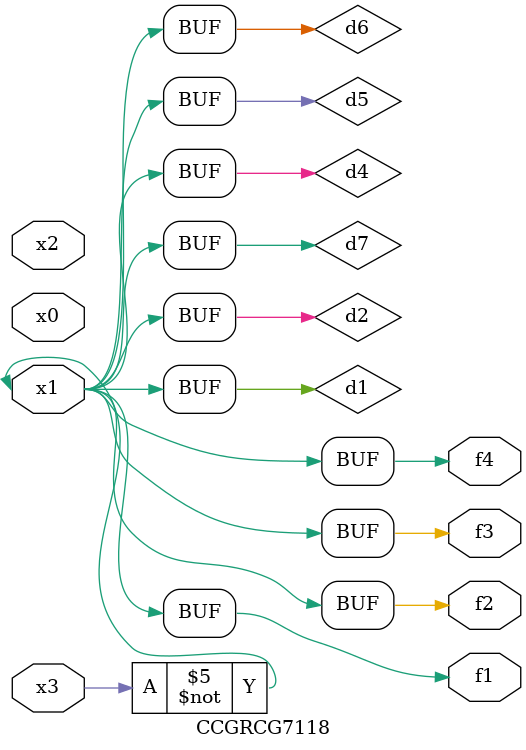
<source format=v>
module CCGRCG7118(
	input x0, x1, x2, x3,
	output f1, f2, f3, f4
);

	wire d1, d2, d3, d4, d5, d6, d7;

	not (d1, x3);
	buf (d2, x1);
	xnor (d3, d1, d2);
	nor (d4, d1);
	buf (d5, d1, d2);
	buf (d6, d4, d5);
	nand (d7, d4);
	assign f1 = d6;
	assign f2 = d7;
	assign f3 = d6;
	assign f4 = d6;
endmodule

</source>
